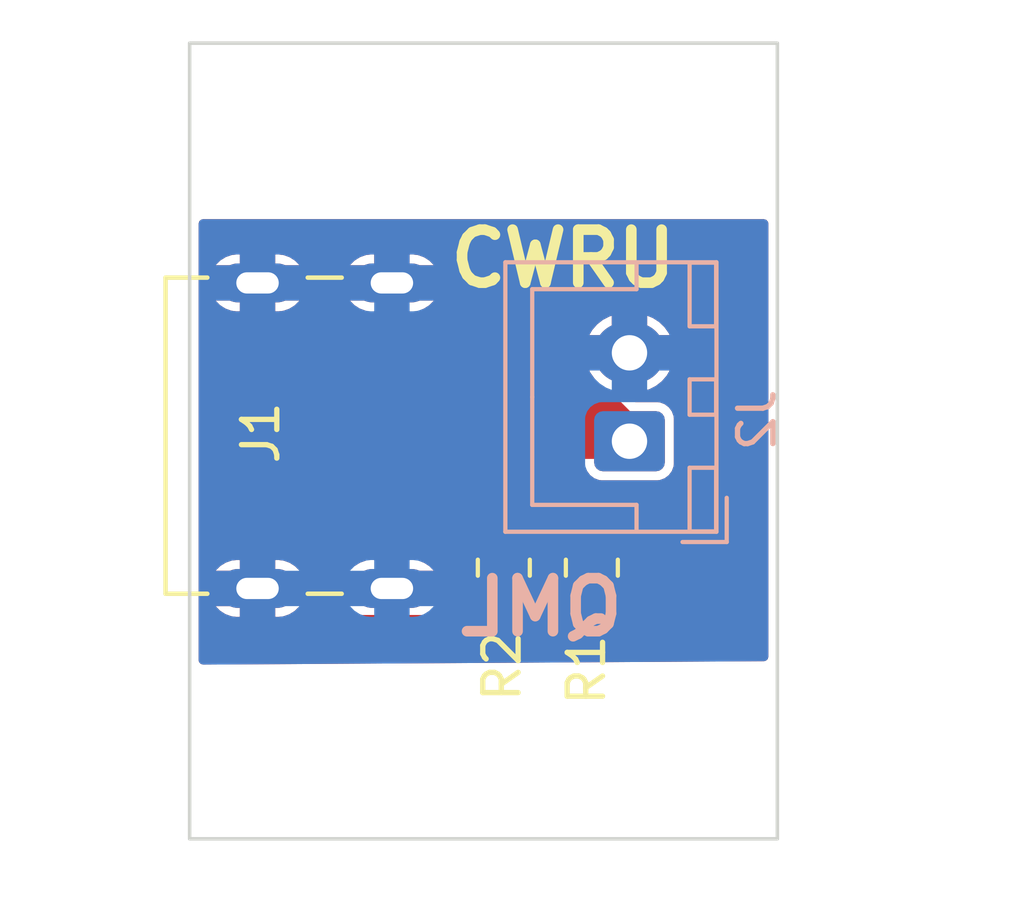
<source format=kicad_pcb>
(kicad_pcb (version 20211014) (generator pcbnew)
  (layers (0 "F.Cu" signal) (31 "B.Cu" signal) (34 "B.Paste" user) (35 "F.Paste" user) (36 "B.SilkS" user "B.Silkscreen") (37 "F.SilkS" user "F.Silkscreen") (38 "B.Mask" user) (39 "F.Mask" user) (44 "Edge.Cuts" user))
  (net 0 "")
  (net 1 "Net-(J1-PadA5)")
  (net 2 "Net-(J1-PadA9)")
  (net 3 "GND")
  (net 4 "Net-(J1-PadB5)")
  (footprint "MountingHole:MountingHole_2.2mm_M2" (layer "F.Cu") (at 130 102.5)
    (fp_text reference "REF**" hide)
    (fp_text value "MountingHole_2.2mm_M2")
    (pad "" np_thru_hole circle locked (at 0 0) (size 2.2 2.2) (drill 2.2) (layers *.Cu *.Mask))
  )
  (footprint "Resistor_SMD:R_0805_2012Metric_Pad1.20x1.40mm_HandSolder" (layer "F.Cu") (at 124.7648 97.3328 90)
    (fp_text reference "R2" (at -2.794 -0.0508 90) (layer "F.SilkS"))
    (fp_text value "5.1k")
    (fp_line (start -0.227064 -0.735) (end 0.227064 -0.735) (layer "F.SilkS") (width 0.12))
    (fp_line (start -0.227064 0.735) (end 0.227064 0.735) (layer "F.SilkS") (width 0.12))
    (pad "1" smd roundrect locked (at -1 0 90) (size 1.2 1.4) (layers "F.Cu" "F.Paste" "F.Mask") (roundrect_rratio 0.2083333333) (net 4 "Net-(J1-PadB5)"))
    (pad "2" smd roundrect locked (at 1 0 90) (size 1.2 1.4) (layers "F.Cu" "F.Paste" "F.Mask") (roundrect_rratio 0.2083333333) (net 3 "GND"))
  )
  (footprint "MountingHole:MountingHole_2.2mm_M2" (layer "F.Cu") (at 120 102.5)
    (fp_text reference "REF**" hide)
    (fp_text value "MountingHole_2.2mm_M2")
    (pad "" np_thru_hole circle locked (at 0 0) (size 2.2 2.2) (drill 2.2) (layers *.Cu *.Mask))
  )
  (footprint "MountingHole:MountingHole_2.2mm_M2" (layer "F.Cu") (at 120 85)
    (fp_text reference "REF**" hide)
    (fp_text value "MountingHole_2.2mm_M2")
    (pad "" np_thru_hole circle locked (at 0 0) (size 2.2 2.2) (drill 2.2) (layers *.Cu *.Mask))
  )
  (footprint "Resistor_SMD:R_0805_2012Metric_Pad1.20x1.40mm_HandSolder" (layer "F.Cu") (at 127.254 97.3328 90)
    (fp_text reference "R1" (at -2.8956 -0.1524 270) (layer "F.SilkS"))
    (fp_text value "5.1k")
    (fp_line (start -0.227064 0.735) (end 0.227064 0.735) (layer "F.SilkS") (width 0.12))
    (fp_line (start -0.227064 -0.735) (end 0.227064 -0.735) (layer "F.SilkS") (width 0.12))
    (pad "1" smd roundrect locked (at -1 0 90) (size 1.2 1.4) (layers "F.Cu" "F.Paste" "F.Mask") (roundrect_rratio 0.2083333333) (net 1 "Net-(J1-PadA5)"))
    (pad "2" smd roundrect locked (at 1 0 90) (size 1.2 1.4) (layers "F.Cu" "F.Paste" "F.Mask") (roundrect_rratio 0.2083333333) (net 3 "GND"))
  )
  (footprint "MountingHole:MountingHole_2.2mm_M2" (layer "F.Cu") (at 130 85)
    (fp_text reference "REF**" hide)
    (fp_text value "MountingHole_2.2mm_M2")
    (pad "" np_thru_hole circle locked (at 0 0) (size 2.2 2.2) (drill 2.2) (layers *.Cu *.Mask))
  )
  (footprint "Molex USB C 2171750001:MOLEX_2171750001" (layer "F.Cu") (at 117.8 93.6 -90)
    (fp_text reference "J1" (at -0.08 -0.09 90) (layer "F.SilkS"))
    (fp_text value "2171750001")
    (fp_line (start -4.47 -1.42) (end -4.47 -2.38) (layer "F.SilkS") (width 0.127))
    (fp_line (start 4.47 2.6) (end 4.47 1.42) (layer "F.SilkS") (width 0.127))
    (fp_line (start -4.47 2.6) (end -4.47 1.42) (layer "F.SilkS") (width 0.127))
    (fp_line (start 4.47 -1.42) (end 4.47 -2.38) (layer "F.SilkS") (width 0.127))
    (fp_line (start 4.47 2.6) (end -4.47 2.6) (layer "F.SilkS") (width 0.127))
    (pad "A5" smd rect (at -0.5 -3.88 270) (size 0.7 1.2) (layers "F.Cu" "F.Paste" "F.Mask") (net 1 "Net-(J1-PadA5)"))
    (pad "A9" smd rect (at 1.52 -3.88 270) (size 0.76 1.2) (layers "F.Cu" "F.Paste" "F.Mask") (net 2 "Net-(J1-PadA9)"))
    (pad "A12" smd rect (at 2.75 -3.88 270) (size 0.8 1.2) (layers "F.Cu" "F.Paste" "F.Mask") (net 3 "GND"))
    (pad "B5" smd rect (at 0.5 -3.88 270) (size 0.7 1.2) (layers "F.Cu" "F.Paste" "F.Mask") (net 4 "Net-(J1-PadB5)"))
    (pad "B9" smd rect (at -1.52 -3.88 270) (size 0.76 1.2) (layers "F.Cu" "F.Paste" "F.Mask") (net 2 "Net-(J1-PadA9)"))
    (pad "B12" smd rect (at -2.75 -3.88 270) (size 0.8 1.2) (layers "F.Cu" "F.Paste" "F.Mask") (net 3 "GND"))
    (pad "S1" thru_hole oval (at -4.32 0 270) (size 1.1 2.2) (drill oval 0.6 1.2) (layers *.Cu *.Mask) (net 3 "GND"))
    (pad "S2" thru_hole oval (at 4.32 0 270) (size 1.1 2.2) (drill oval 0.6 1.2) (layers *.Cu *.Mask) (net 3 "GND"))
    (pad "S3" thru_hole oval (at -4.32 -3.8 270) (size 1.1 2.2) (drill oval 0.6 1.2) (layers *.Cu *.Mask) (net 3 "GND"))
    (pad "S4" thru_hole oval (at 4.32 -3.8 270) (size 1.1 2.2) (drill oval 0.6 1.2) (layers *.Cu *.Mask) (net 3 "GND"))
  )
  (footprint "Connector_JST:JST_XH_B2B-XH-A_1x02_P2.50mm_Vertical" (layer "B.Cu") (at 128.3178 93.7568 90)
    (fp_text reference "J2" (at 0.6 3.6 90) (layer "B.SilkS") (effects (justify mirror)))
    (fp_text value "PWR Conn")
    (fp_line (start 5.06 2.46) (end -2.56 2.46) (layer "B.SilkS") (width 0.12))
    (fp_line (start 4.3 -2.75) (end 1.25 -2.75) (layer "B.SilkS") (width 0.12))
    (fp_line (start -0.75 2.45) (end -2.55 2.45) (layer "B.SilkS") (width 0.12))
    (fp_line (start 5.05 1.7) (end 5.05 2.45) (layer "B.SilkS") (width 0.12))
    (fp_line (start 3.25 1.7) (end 5.05 1.7) (layer "B.SilkS") (width 0.12))
    (fp_line (start 5.05 2.45) (end 3.25 2.45) (layer "B.SilkS") (width 0.12))
    (fp_line (start 5.06 -3.51) (end 5.06 2.46) (layer "B.SilkS") (width 0.12))
    (fp_line (start -1.8 0.2) (end -1.8 -2.75) (layer "B.SilkS") (width 0.12))
    (fp_line (start 5.05 0.2) (end 4.3 0.2) (layer "B.SilkS") (width 0.12))
    (fp_line (start 1.75 1.7) (end 1.75 2.45) (layer "B.SilkS") (width 0.12))
    (fp_line (start -2.55 1.7) (end -0.75 1.7) (layer "B.SilkS") (width 0.12))
    (fp_line (start 0.75 1.7) (end 1.75 1.7) (layer "B.SilkS") (width 0.12))
    (fp_line (start 3.25 2.45) (end 3.25 1.7) (layer "B.SilkS") (width 0.12))
    (fp_line (start 4.3 0.2) (end 4.3 -2.75) (layer "B.SilkS") (width 0.12))
    (fp_line (start 1.75 2.45) (end 0.75 2.45) (layer "B.SilkS") (width 0.12))
    (fp_line (start -2.85 2.75) (end -2.85 1.5) (layer "B.SilkS") (width 0.12))
    (fp_line (start -1.8 -2.75) (end 1.25 -2.75) (layer "B.SilkS") (width 0.12))
    (fp_line (start -2.55 2.45) (end -2.55 1.7) (layer "B.SilkS") (width 0.12))
    (fp_line (start -2.56 -3.51) (end 5.06 -3.51) (layer "B.SilkS") (width 0.12))
    (fp_line (start -0.75 1.7) (end -0.75 2.45) (layer "B.SilkS") (width 0.12))
    (fp_line (start -2.56 2.46) (end -2.56 -3.51) (layer "B.SilkS") (width 0.12))
    (fp_line (start -2.55 0.2) (end -1.8 0.2) (layer "B.SilkS") (width 0.12))
    (fp_line (start 0.75 2.45) (end 0.75 1.7) (layer "B.SilkS") (width 0.12))
    (fp_line (start -1.6 2.75) (end -2.85 2.75) (layer "B.SilkS") (width 0.12))
    (pad "1" thru_hole roundrect locked (at 0 0 90) (size 1.7 2) (drill 1) (layers *.Cu *.Mask) (roundrect_rratio 0.1470588235) (net 2 "Net-(J1-PadA9)"))
    (pad "2" thru_hole oval locked (at 2.5 0 90) (size 1.7 2) (drill 1) (layers *.Cu *.Mask) (net 3 "GND"))
  )
  (gr_rect (start 115.88 82.5) (end 132.5 105) (layer "Edge.Cuts") (width 0.1) (fill none))
  (gr_text "QML" (at 125.8316 98.4504) (layer "B.SilkS") (effects (font (size 1.5 1.5) (thickness 0.3)) (justify mirror)))
  (gr_text "CWRU" (at 126.4412 88.5952) (layer "F.SilkS") (effects (font (size 1.5 1.5) (thickness 0.3))))
  (segment (start 126.32948 99.25732) (end 127.254 98.3328) (width 0.25) (layer "F.Cu") (net 1))
  (segment (start 119.54008 94.38992) (end 119.54008 98.55968) (width 0.25) (layer "F.Cu") (net 1))
  (segment (start 121.68 93.1) (end 120.83 93.1) (width 0.25) (layer "F.Cu") (net 1))
  (segment (start 119.54008 98.55968) (end 120.23772 99.25732) (width 0.25) (layer "F.Cu") (net 1))
  (segment (start 120.23772 99.25732) (end 126.32948 99.25732) (width 0.25) (layer "F.Cu") (net 1))
  (segment (start 120.83 93.1) (end 119.54008 94.38992) (width 0.25) (layer "F.Cu") (net 1))
  (segment (start 122.979511 95.149511) (end 121.68 95.149511) (width 1) (layer "F.Cu") (net 2))
  (segment (start 128.3178 93.7568) (end 128.3178 93.598152) (width 1) (layer "F.Cu") (net 2))
  (segment (start 128.3178 93.598152) (end 127.683648 92.964) (width 1) (layer "F.Cu") (net 2))
  (segment (start 124.372222 93.7568) (end 122.979511 95.149511) (width 1) (layer "F.Cu") (net 2))
  (segment (start 127.683648 92.964) (end 124.5108 92.964) (width 1) (layer "F.Cu") (net 2))
  (segment (start 123.597289 92.050489) (end 121.68 92.050489) (width 1) (layer "F.Cu") (net 2))
  (segment (start 128.3178 93.7568) (end 124.372222 93.7568) (width 1) (layer "F.Cu") (net 2))
  (segment (start 124.5108 92.964) (end 123.597289 92.050489) (width 1) (layer "F.Cu") (net 2))
  (segment (start 120.43532 98.79452) (end 124.30308 98.79452) (width 0.25) (layer "F.Cu") (net 4))
  (segment (start 124.30308 98.79452) (end 124.7648 98.3328) (width 0.25) (layer "F.Cu") (net 4))
  (segment (start 121.68 94.1) (end 120.83 94.1) (width 0.25) (layer "F.Cu") (net 4))
  (segment (start 119.9896 94.9404) (end 119.9896 98.3488) (width 0.25) (layer "F.Cu") (net 4))
  (segment (start 119.9896 98.3488) (end 120.43532 98.79452) (width 0.25) (layer "F.Cu") (net 4))
  (segment (start 120.83 94.1) (end 119.9896 94.9404) (width 0.25) (layer "F.Cu") (net 4))
  (zone (net 3) (net_name "GND") (layers F&B.Cu) (connect_pads (clearance 0.254)) (min_thickness 0.254) (fill yes (thermal_gap 0.254) (thermal_bridge_width 1))
    (polygon (pts (xy 134.62 106.68) (xy 111.76 106.68) (xy 111.76 81.28) (xy 134.62 81.28)))
  )
  (zone (net 0) (net_name "") (layers F&B.Cu) (connect_pads (clearance 0)) (min_thickness 0.254)
    (keepout (tracks not_allowed) (vias not_allowed) (pads allowed) (copperpour not_allowed) (footprints allowed))
    (fill (thermal_gap 0.508) (thermal_bridge_width 0.508))
    (polygon (pts (xy 132.588 105.0544) (xy 115.824 105.0544) (xy 115.773814 100.075996) (xy 132.588614 99.974396)))
  )
  (zone (net 0) (net_name "") (layers F&B.Cu) (connect_pads (clearance 0)) (min_thickness 0.254)
    (keepout (tracks not_allowed) (vias not_allowed) (pads allowed) (copperpour not_allowed) (footprints allowed))
    (fill (thermal_gap 0.508) (thermal_bridge_width 0.508))
    (polygon (pts (xy 132.6388 87.4776) (xy 115.8748 87.4776) (xy 115.824 82.3976) (xy 132.6388 82.296)))
  )
)
</source>
